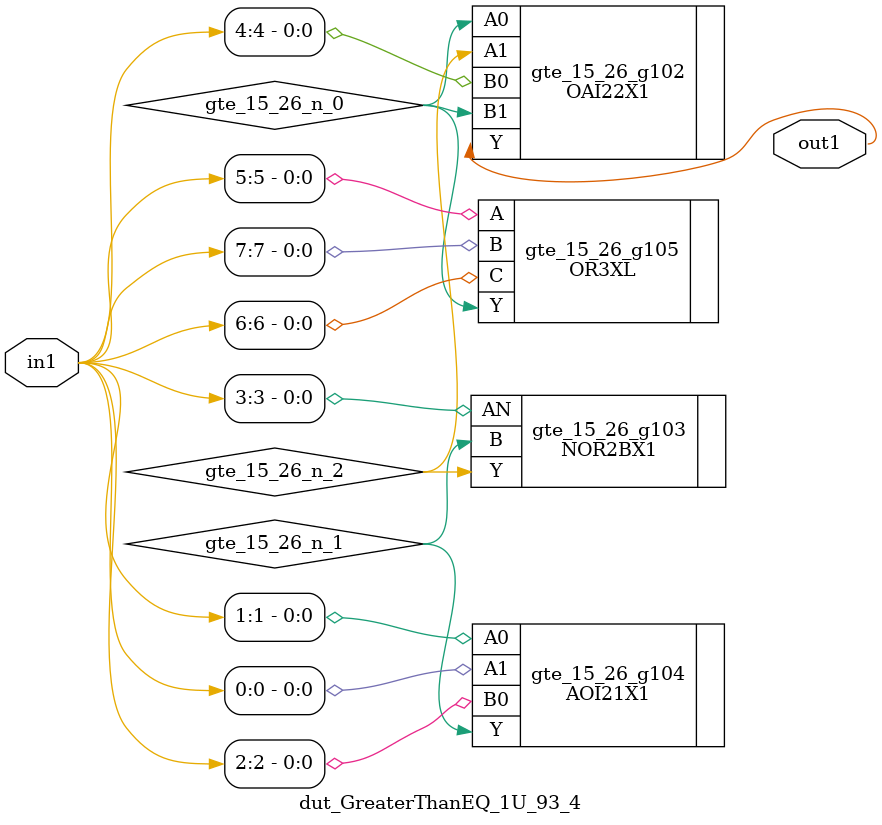
<source format=v>
`timescale 1ps / 1ps


module dut_GreaterThanEQ_1U_93_4(in1, out1);
  input [7:0] in1;
  output out1;
  wire [7:0] in1;
  wire out1;
  wire gte_15_26_n_0, gte_15_26_n_1, gte_15_26_n_2;
  OAI22X1 gte_15_26_g102(.A0 (gte_15_26_n_0), .A1 (gte_15_26_n_2), .B0
       (in1[4]), .B1 (gte_15_26_n_0), .Y (out1));
  NOR2BX1 gte_15_26_g103(.AN (in1[3]), .B (gte_15_26_n_1), .Y
       (gte_15_26_n_2));
  AOI21X1 gte_15_26_g104(.A0 (in1[1]), .A1 (in1[0]), .B0 (in1[2]), .Y
       (gte_15_26_n_1));
  OR3XL gte_15_26_g105(.A (in1[5]), .B (in1[7]), .C (in1[6]), .Y
       (gte_15_26_n_0));
endmodule



</source>
